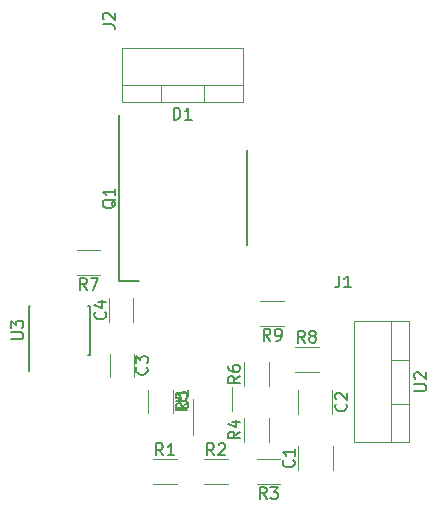
<source format=gto>
G04 #@! TF.FileFunction,Legend,Top*
%FSLAX46Y46*%
G04 Gerber Fmt 4.6, Leading zero omitted, Abs format (unit mm)*
G04 Created by KiCad (PCBNEW 4.0.7) date 05/09/18 09:37:36*
%MOMM*%
%LPD*%
G01*
G04 APERTURE LIST*
%ADD10C,0.100000*%
%ADD11C,0.120000*%
%ADD12C,0.150000*%
G04 APERTURE END LIST*
D10*
D11*
X193147500Y-141113000D02*
X193147500Y-143113000D01*
X196107500Y-143113000D02*
X196107500Y-141113000D01*
X196044000Y-138350500D02*
X196044000Y-136350500D01*
X193084000Y-136350500D02*
X193084000Y-138350500D01*
X188457200Y-111992400D02*
X178217200Y-111992400D01*
X188457200Y-107351400D02*
X178217200Y-107351400D01*
X188457200Y-111992400D02*
X188457200Y-107351400D01*
X178217200Y-111992400D02*
X178217200Y-107351400D01*
X188457200Y-110482400D02*
X178217200Y-110482400D01*
X185187200Y-111992400D02*
X185187200Y-110482400D01*
X181486200Y-111992400D02*
X181486200Y-110482400D01*
X182864000Y-144326000D02*
X180864000Y-144326000D01*
X180864000Y-142186000D02*
X182864000Y-142186000D01*
X187182000Y-144326000D02*
X185182000Y-144326000D01*
X185182000Y-142186000D02*
X187182000Y-142186000D01*
X189627000Y-142186000D02*
X191627000Y-142186000D01*
X191627000Y-144326000D02*
X189627000Y-144326000D01*
X190681000Y-138700000D02*
X190681000Y-140700000D01*
X188541000Y-140700000D02*
X188541000Y-138700000D01*
X180387600Y-138312400D02*
X180387600Y-136312400D01*
X182527600Y-136312400D02*
X182527600Y-138312400D01*
X190681000Y-134001000D02*
X190681000Y-136001000D01*
X188541000Y-136001000D02*
X188541000Y-134001000D01*
X174400000Y-124480000D02*
X176400000Y-124480000D01*
X176400000Y-126620000D02*
X174400000Y-126620000D01*
X194865500Y-134801000D02*
X192865500Y-134801000D01*
X192865500Y-132661000D02*
X194865500Y-132661000D01*
X189944500Y-128787500D02*
X191944500Y-128787500D01*
X191944500Y-130927500D02*
X189944500Y-130927500D01*
X187497200Y-136109200D02*
X187497200Y-138109200D01*
X184257200Y-137109200D02*
X184257200Y-140109200D01*
X202518000Y-130516000D02*
X202518000Y-140756000D01*
X197877000Y-130516000D02*
X197877000Y-140756000D01*
X202518000Y-130516000D02*
X197877000Y-130516000D01*
X202518000Y-140756000D02*
X197877000Y-140756000D01*
X201008000Y-130516000D02*
X201008000Y-140756000D01*
X202518000Y-133786000D02*
X201008000Y-133786000D01*
X202518000Y-137487000D02*
X201008000Y-137487000D01*
D12*
X170325000Y-133350000D02*
X170375000Y-133350000D01*
X170325000Y-129200000D02*
X170470000Y-129200000D01*
X175475000Y-129200000D02*
X175330000Y-129200000D01*
X175475000Y-133350000D02*
X175330000Y-133350000D01*
X170325000Y-133350000D02*
X170325000Y-129200000D01*
X175475000Y-133350000D02*
X175475000Y-129200000D01*
X170375000Y-133350000D02*
X170375000Y-134750000D01*
X177988000Y-127141200D02*
X179688000Y-127141200D01*
X177988000Y-113041200D02*
X177988000Y-127141200D01*
X188788000Y-124041200D02*
X188788000Y-116041200D01*
D11*
X179220000Y-135250000D02*
X179220000Y-133250000D01*
X177180000Y-133250000D02*
X177180000Y-135250000D01*
X177155000Y-128575000D02*
X177155000Y-130575000D01*
X179195000Y-130575000D02*
X179195000Y-128575000D01*
D12*
X176591981Y-105387733D02*
X177306267Y-105387733D01*
X177449124Y-105435353D01*
X177544362Y-105530591D01*
X177591981Y-105673448D01*
X177591981Y-105768686D01*
X176687219Y-104959162D02*
X176639600Y-104911543D01*
X176591981Y-104816305D01*
X176591981Y-104578209D01*
X176639600Y-104482971D01*
X176687219Y-104435352D01*
X176782457Y-104387733D01*
X176877695Y-104387733D01*
X177020552Y-104435352D01*
X177591981Y-105006781D01*
X177591981Y-104387733D01*
X196616267Y-126644781D02*
X196616267Y-127359067D01*
X196568647Y-127501924D01*
X196473409Y-127597162D01*
X196330552Y-127644781D01*
X196235314Y-127644781D01*
X197616267Y-127644781D02*
X197044838Y-127644781D01*
X197330552Y-127644781D02*
X197330552Y-126644781D01*
X197235314Y-126787638D01*
X197140076Y-126882876D01*
X197044838Y-126930495D01*
X192734643Y-142279666D02*
X192782262Y-142327285D01*
X192829881Y-142470142D01*
X192829881Y-142565380D01*
X192782262Y-142708238D01*
X192687024Y-142803476D01*
X192591786Y-142851095D01*
X192401310Y-142898714D01*
X192258452Y-142898714D01*
X192067976Y-142851095D01*
X191972738Y-142803476D01*
X191877500Y-142708238D01*
X191829881Y-142565380D01*
X191829881Y-142470142D01*
X191877500Y-142327285D01*
X191925119Y-142279666D01*
X192829881Y-141327285D02*
X192829881Y-141898714D01*
X192829881Y-141613000D02*
X191829881Y-141613000D01*
X191972738Y-141708238D01*
X192067976Y-141803476D01*
X192115595Y-141898714D01*
X197171143Y-137517166D02*
X197218762Y-137564785D01*
X197266381Y-137707642D01*
X197266381Y-137802880D01*
X197218762Y-137945738D01*
X197123524Y-138040976D01*
X197028286Y-138088595D01*
X196837810Y-138136214D01*
X196694952Y-138136214D01*
X196504476Y-138088595D01*
X196409238Y-138040976D01*
X196314000Y-137945738D01*
X196266381Y-137802880D01*
X196266381Y-137707642D01*
X196314000Y-137564785D01*
X196361619Y-137517166D01*
X196361619Y-137136214D02*
X196314000Y-137088595D01*
X196266381Y-136993357D01*
X196266381Y-136755261D01*
X196314000Y-136660023D01*
X196361619Y-136612404D01*
X196456857Y-136564785D01*
X196552095Y-136564785D01*
X196694952Y-136612404D01*
X197266381Y-137183833D01*
X197266381Y-136564785D01*
X182599105Y-113444781D02*
X182599105Y-112444781D01*
X182837200Y-112444781D01*
X182980058Y-112492400D01*
X183075296Y-112587638D01*
X183122915Y-112682876D01*
X183170534Y-112873352D01*
X183170534Y-113016210D01*
X183122915Y-113206686D01*
X183075296Y-113301924D01*
X182980058Y-113397162D01*
X182837200Y-113444781D01*
X182599105Y-113444781D01*
X184122915Y-113444781D02*
X183551486Y-113444781D01*
X183837200Y-113444781D02*
X183837200Y-112444781D01*
X183741962Y-112587638D01*
X183646724Y-112682876D01*
X183551486Y-112730495D01*
X181697334Y-141858381D02*
X181364000Y-141382190D01*
X181125905Y-141858381D02*
X181125905Y-140858381D01*
X181506858Y-140858381D01*
X181602096Y-140906000D01*
X181649715Y-140953619D01*
X181697334Y-141048857D01*
X181697334Y-141191714D01*
X181649715Y-141286952D01*
X181602096Y-141334571D01*
X181506858Y-141382190D01*
X181125905Y-141382190D01*
X182649715Y-141858381D02*
X182078286Y-141858381D01*
X182364000Y-141858381D02*
X182364000Y-140858381D01*
X182268762Y-141001238D01*
X182173524Y-141096476D01*
X182078286Y-141144095D01*
X186015334Y-141858381D02*
X185682000Y-141382190D01*
X185443905Y-141858381D02*
X185443905Y-140858381D01*
X185824858Y-140858381D01*
X185920096Y-140906000D01*
X185967715Y-140953619D01*
X186015334Y-141048857D01*
X186015334Y-141191714D01*
X185967715Y-141286952D01*
X185920096Y-141334571D01*
X185824858Y-141382190D01*
X185443905Y-141382190D01*
X186396286Y-140953619D02*
X186443905Y-140906000D01*
X186539143Y-140858381D01*
X186777239Y-140858381D01*
X186872477Y-140906000D01*
X186920096Y-140953619D01*
X186967715Y-141048857D01*
X186967715Y-141144095D01*
X186920096Y-141286952D01*
X186348667Y-141858381D01*
X186967715Y-141858381D01*
X190460334Y-145558381D02*
X190127000Y-145082190D01*
X189888905Y-145558381D02*
X189888905Y-144558381D01*
X190269858Y-144558381D01*
X190365096Y-144606000D01*
X190412715Y-144653619D01*
X190460334Y-144748857D01*
X190460334Y-144891714D01*
X190412715Y-144986952D01*
X190365096Y-145034571D01*
X190269858Y-145082190D01*
X189888905Y-145082190D01*
X190793667Y-144558381D02*
X191412715Y-144558381D01*
X191079381Y-144939333D01*
X191222239Y-144939333D01*
X191317477Y-144986952D01*
X191365096Y-145034571D01*
X191412715Y-145129810D01*
X191412715Y-145367905D01*
X191365096Y-145463143D01*
X191317477Y-145510762D01*
X191222239Y-145558381D01*
X190936524Y-145558381D01*
X190841286Y-145510762D01*
X190793667Y-145463143D01*
X188213381Y-139866666D02*
X187737190Y-140200000D01*
X188213381Y-140438095D02*
X187213381Y-140438095D01*
X187213381Y-140057142D01*
X187261000Y-139961904D01*
X187308619Y-139914285D01*
X187403857Y-139866666D01*
X187546714Y-139866666D01*
X187641952Y-139914285D01*
X187689571Y-139961904D01*
X187737190Y-140057142D01*
X187737190Y-140438095D01*
X187546714Y-139009523D02*
X188213381Y-139009523D01*
X187165762Y-139247619D02*
X187880048Y-139485714D01*
X187880048Y-138866666D01*
X183759981Y-137479066D02*
X183283790Y-137812400D01*
X183759981Y-138050495D02*
X182759981Y-138050495D01*
X182759981Y-137669542D01*
X182807600Y-137574304D01*
X182855219Y-137526685D01*
X182950457Y-137479066D01*
X183093314Y-137479066D01*
X183188552Y-137526685D01*
X183236171Y-137574304D01*
X183283790Y-137669542D01*
X183283790Y-138050495D01*
X182759981Y-136574304D02*
X182759981Y-137050495D01*
X183236171Y-137098114D01*
X183188552Y-137050495D01*
X183140933Y-136955257D01*
X183140933Y-136717161D01*
X183188552Y-136621923D01*
X183236171Y-136574304D01*
X183331410Y-136526685D01*
X183569505Y-136526685D01*
X183664743Y-136574304D01*
X183712362Y-136621923D01*
X183759981Y-136717161D01*
X183759981Y-136955257D01*
X183712362Y-137050495D01*
X183664743Y-137098114D01*
X188213381Y-135167666D02*
X187737190Y-135501000D01*
X188213381Y-135739095D02*
X187213381Y-135739095D01*
X187213381Y-135358142D01*
X187261000Y-135262904D01*
X187308619Y-135215285D01*
X187403857Y-135167666D01*
X187546714Y-135167666D01*
X187641952Y-135215285D01*
X187689571Y-135262904D01*
X187737190Y-135358142D01*
X187737190Y-135739095D01*
X187213381Y-134310523D02*
X187213381Y-134501000D01*
X187261000Y-134596238D01*
X187308619Y-134643857D01*
X187451476Y-134739095D01*
X187641952Y-134786714D01*
X188022905Y-134786714D01*
X188118143Y-134739095D01*
X188165762Y-134691476D01*
X188213381Y-134596238D01*
X188213381Y-134405761D01*
X188165762Y-134310523D01*
X188118143Y-134262904D01*
X188022905Y-134215285D01*
X187784810Y-134215285D01*
X187689571Y-134262904D01*
X187641952Y-134310523D01*
X187594333Y-134405761D01*
X187594333Y-134596238D01*
X187641952Y-134691476D01*
X187689571Y-134739095D01*
X187784810Y-134786714D01*
X175233334Y-127852381D02*
X174900000Y-127376190D01*
X174661905Y-127852381D02*
X174661905Y-126852381D01*
X175042858Y-126852381D01*
X175138096Y-126900000D01*
X175185715Y-126947619D01*
X175233334Y-127042857D01*
X175233334Y-127185714D01*
X175185715Y-127280952D01*
X175138096Y-127328571D01*
X175042858Y-127376190D01*
X174661905Y-127376190D01*
X175566667Y-126852381D02*
X176233334Y-126852381D01*
X175804762Y-127852381D01*
X193698834Y-132333381D02*
X193365500Y-131857190D01*
X193127405Y-132333381D02*
X193127405Y-131333381D01*
X193508358Y-131333381D01*
X193603596Y-131381000D01*
X193651215Y-131428619D01*
X193698834Y-131523857D01*
X193698834Y-131666714D01*
X193651215Y-131761952D01*
X193603596Y-131809571D01*
X193508358Y-131857190D01*
X193127405Y-131857190D01*
X194270262Y-131761952D02*
X194175024Y-131714333D01*
X194127405Y-131666714D01*
X194079786Y-131571476D01*
X194079786Y-131523857D01*
X194127405Y-131428619D01*
X194175024Y-131381000D01*
X194270262Y-131333381D01*
X194460739Y-131333381D01*
X194555977Y-131381000D01*
X194603596Y-131428619D01*
X194651215Y-131523857D01*
X194651215Y-131571476D01*
X194603596Y-131666714D01*
X194555977Y-131714333D01*
X194460739Y-131761952D01*
X194270262Y-131761952D01*
X194175024Y-131809571D01*
X194127405Y-131857190D01*
X194079786Y-131952429D01*
X194079786Y-132142905D01*
X194127405Y-132238143D01*
X194175024Y-132285762D01*
X194270262Y-132333381D01*
X194460739Y-132333381D01*
X194555977Y-132285762D01*
X194603596Y-132238143D01*
X194651215Y-132142905D01*
X194651215Y-131952429D01*
X194603596Y-131857190D01*
X194555977Y-131809571D01*
X194460739Y-131761952D01*
X190777834Y-132159881D02*
X190444500Y-131683690D01*
X190206405Y-132159881D02*
X190206405Y-131159881D01*
X190587358Y-131159881D01*
X190682596Y-131207500D01*
X190730215Y-131255119D01*
X190777834Y-131350357D01*
X190777834Y-131493214D01*
X190730215Y-131588452D01*
X190682596Y-131636071D01*
X190587358Y-131683690D01*
X190206405Y-131683690D01*
X191254024Y-132159881D02*
X191444500Y-132159881D01*
X191539739Y-132112262D01*
X191587358Y-132064643D01*
X191682596Y-131921786D01*
X191730215Y-131731310D01*
X191730215Y-131350357D01*
X191682596Y-131255119D01*
X191634977Y-131207500D01*
X191539739Y-131159881D01*
X191349262Y-131159881D01*
X191254024Y-131207500D01*
X191206405Y-131255119D01*
X191158786Y-131350357D01*
X191158786Y-131588452D01*
X191206405Y-131683690D01*
X191254024Y-131731310D01*
X191349262Y-131778929D01*
X191539739Y-131778929D01*
X191634977Y-131731310D01*
X191682596Y-131683690D01*
X191730215Y-131588452D01*
X182829581Y-137871105D02*
X183639105Y-137871105D01*
X183734343Y-137823486D01*
X183781962Y-137775867D01*
X183829581Y-137680629D01*
X183829581Y-137490152D01*
X183781962Y-137394914D01*
X183734343Y-137347295D01*
X183639105Y-137299676D01*
X182829581Y-137299676D01*
X183829581Y-136299676D02*
X183829581Y-136871105D01*
X183829581Y-136585391D02*
X182829581Y-136585391D01*
X182972438Y-136680629D01*
X183067676Y-136775867D01*
X183115295Y-136871105D01*
X202970381Y-136397905D02*
X203779905Y-136397905D01*
X203875143Y-136350286D01*
X203922762Y-136302667D01*
X203970381Y-136207429D01*
X203970381Y-136016952D01*
X203922762Y-135921714D01*
X203875143Y-135874095D01*
X203779905Y-135826476D01*
X202970381Y-135826476D01*
X203065619Y-135397905D02*
X203018000Y-135350286D01*
X202970381Y-135255048D01*
X202970381Y-135016952D01*
X203018000Y-134921714D01*
X203065619Y-134874095D01*
X203160857Y-134826476D01*
X203256095Y-134826476D01*
X203398952Y-134874095D01*
X203970381Y-135445524D01*
X203970381Y-134826476D01*
X168852381Y-132036905D02*
X169661905Y-132036905D01*
X169757143Y-131989286D01*
X169804762Y-131941667D01*
X169852381Y-131846429D01*
X169852381Y-131655952D01*
X169804762Y-131560714D01*
X169757143Y-131513095D01*
X169661905Y-131465476D01*
X168852381Y-131465476D01*
X168852381Y-131084524D02*
X168852381Y-130465476D01*
X169233333Y-130798810D01*
X169233333Y-130655952D01*
X169280952Y-130560714D01*
X169328571Y-130513095D01*
X169423810Y-130465476D01*
X169661905Y-130465476D01*
X169757143Y-130513095D01*
X169804762Y-130560714D01*
X169852381Y-130655952D01*
X169852381Y-130941667D01*
X169804762Y-131036905D01*
X169757143Y-131084524D01*
X177685619Y-120186438D02*
X177638000Y-120281676D01*
X177542762Y-120376914D01*
X177399905Y-120519771D01*
X177352286Y-120615010D01*
X177352286Y-120710248D01*
X177590381Y-120662629D02*
X177542762Y-120757867D01*
X177447524Y-120853105D01*
X177257048Y-120900724D01*
X176923714Y-120900724D01*
X176733238Y-120853105D01*
X176638000Y-120757867D01*
X176590381Y-120662629D01*
X176590381Y-120472152D01*
X176638000Y-120376914D01*
X176733238Y-120281676D01*
X176923714Y-120234057D01*
X177257048Y-120234057D01*
X177447524Y-120281676D01*
X177542762Y-120376914D01*
X177590381Y-120472152D01*
X177590381Y-120662629D01*
X177590381Y-119281676D02*
X177590381Y-119853105D01*
X177590381Y-119567391D02*
X176590381Y-119567391D01*
X176733238Y-119662629D01*
X176828476Y-119757867D01*
X176876095Y-119853105D01*
X180307143Y-134416666D02*
X180354762Y-134464285D01*
X180402381Y-134607142D01*
X180402381Y-134702380D01*
X180354762Y-134845238D01*
X180259524Y-134940476D01*
X180164286Y-134988095D01*
X179973810Y-135035714D01*
X179830952Y-135035714D01*
X179640476Y-134988095D01*
X179545238Y-134940476D01*
X179450000Y-134845238D01*
X179402381Y-134702380D01*
X179402381Y-134607142D01*
X179450000Y-134464285D01*
X179497619Y-134416666D01*
X179402381Y-134083333D02*
X179402381Y-133464285D01*
X179783333Y-133797619D01*
X179783333Y-133654761D01*
X179830952Y-133559523D01*
X179878571Y-133511904D01*
X179973810Y-133464285D01*
X180211905Y-133464285D01*
X180307143Y-133511904D01*
X180354762Y-133559523D01*
X180402381Y-133654761D01*
X180402381Y-133940476D01*
X180354762Y-134035714D01*
X180307143Y-134083333D01*
X176782143Y-129741666D02*
X176829762Y-129789285D01*
X176877381Y-129932142D01*
X176877381Y-130027380D01*
X176829762Y-130170238D01*
X176734524Y-130265476D01*
X176639286Y-130313095D01*
X176448810Y-130360714D01*
X176305952Y-130360714D01*
X176115476Y-130313095D01*
X176020238Y-130265476D01*
X175925000Y-130170238D01*
X175877381Y-130027380D01*
X175877381Y-129932142D01*
X175925000Y-129789285D01*
X175972619Y-129741666D01*
X176210714Y-128884523D02*
X176877381Y-128884523D01*
X175829762Y-129122619D02*
X176544048Y-129360714D01*
X176544048Y-128741666D01*
M02*

</source>
